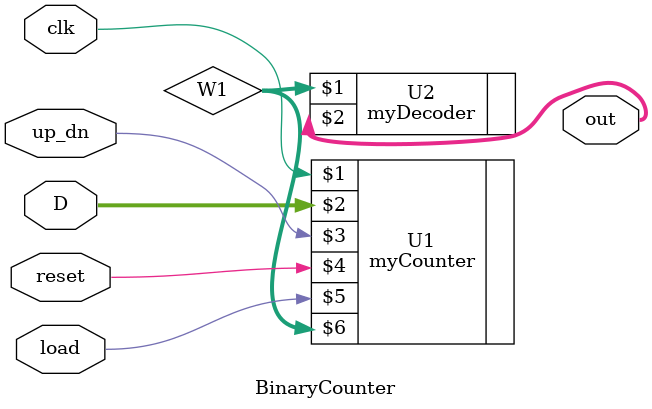
<source format=v>
module BinaryCounter(
	input [3:0]D,
	input up_dn,
	input clk,
	input reset,
	input load,
	output [6:0] out
);


	wire [3:0]W1;

	myCounter U1(clk, D, up_dn, reset, load, W1);
	myDecoder U2(W1, out);


endmodule

</source>
